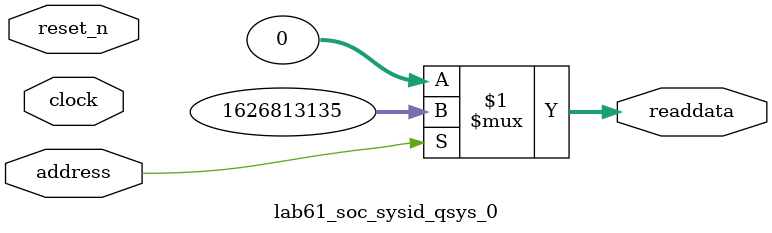
<source format=v>



// synthesis translate_off
`timescale 1ns / 1ps
// synthesis translate_on

// turn off superfluous verilog processor warnings 
// altera message_level Level1 
// altera message_off 10034 10035 10036 10037 10230 10240 10030 

module lab61_soc_sysid_qsys_0 (
               // inputs:
                address,
                clock,
                reset_n,

               // outputs:
                readdata
             )
;

  output  [ 31: 0] readdata;
  input            address;
  input            clock;
  input            reset_n;

  wire    [ 31: 0] readdata;
  //control_slave, which is an e_avalon_slave
  assign readdata = address ? 1626813135 : 0;

endmodule



</source>
